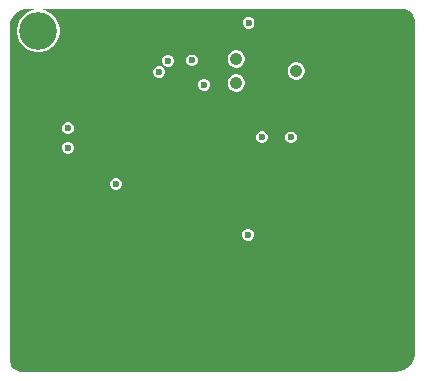
<source format=gbr>
%TF.GenerationSoftware,Altium Limited,Altium Designer,23.4.1 (23)*%
G04 Layer_Physical_Order=3*
G04 Layer_Color=16440176*
%FSLAX45Y45*%
%MOMM*%
%TF.SameCoordinates,E9D3CAE9-A23F-4039-930E-E97F2D72BBB1*%
%TF.FilePolarity,Positive*%
%TF.FileFunction,Copper,L3,Inr,Signal*%
%TF.Part,Single*%
G01*
G75*
%TA.AperFunction,ComponentPad*%
%ADD41C,3.20000*%
%ADD42C,1.06700*%
%TA.AperFunction,ViaPad*%
%ADD43C,0.80000*%
%ADD44C,0.60000*%
%ADD45C,0.50000*%
G36*
X10603755Y9085312D02*
X10624740Y9077422D01*
X10643783Y9065588D01*
X10660150Y9050266D01*
X10673213Y9032045D01*
X10682470Y9011625D01*
X10687564Y8989791D01*
X10687931Y8978587D01*
X10687931Y6168587D01*
X10687929Y6168586D01*
X10687067Y6152458D01*
X10679084Y6121159D01*
X10665147Y6092018D01*
X10645794Y6066156D01*
X10621767Y6044567D01*
X10593990Y6028080D01*
X10563531Y6017328D01*
X10531559Y6012726D01*
X10515431Y6013587D01*
X7352931Y6013588D01*
X7343820Y6013833D01*
X7326045Y6017870D01*
X7309399Y6025297D01*
X7294522Y6035829D01*
X7281986Y6049062D01*
X7272272Y6064486D01*
X7265755Y6081509D01*
X7262685Y6099477D01*
X7262932Y6108587D01*
Y8917166D01*
X7261258Y8932379D01*
X7263913Y8962875D01*
X7272468Y8992266D01*
X7286593Y9019422D01*
X7305746Y9043300D01*
X7329190Y9062982D01*
X7356025Y9077711D01*
X7385217Y9086920D01*
X7400431Y9088587D01*
X7460345D01*
X7461596Y9075887D01*
X7447496Y9073083D01*
X7414738Y9059514D01*
X7385257Y9039815D01*
X7360185Y9014743D01*
X7340486Y8985262D01*
X7326917Y8952504D01*
X7320000Y8917728D01*
Y8882272D01*
X7326917Y8847496D01*
X7340486Y8814738D01*
X7360185Y8785257D01*
X7385257Y8760185D01*
X7414738Y8740486D01*
X7447496Y8726917D01*
X7482272Y8720000D01*
X7517728D01*
X7552504Y8726917D01*
X7585262Y8740486D01*
X7614743Y8760185D01*
X7639815Y8785257D01*
X7659514Y8814738D01*
X7673083Y8847496D01*
X7680000Y8882272D01*
Y8917728D01*
X7673083Y8952504D01*
X7659514Y8985262D01*
X7639815Y9014743D01*
X7614743Y9039815D01*
X7585262Y9059514D01*
X7552504Y9073083D01*
X7538404Y9075887D01*
X7539655Y9088587D01*
X10570427Y9088587D01*
X10570429Y9088584D01*
X10570429Y9088584D01*
X10570538Y9088588D01*
X10582932Y9088742D01*
X10603755Y9085312D01*
D02*
G37*
%LPC*%
G36*
X9289946Y9020000D02*
X9270054D01*
X9251677Y9012388D01*
X9237612Y8998323D01*
X9230000Y8979946D01*
Y8960054D01*
X9237612Y8941677D01*
X9251677Y8927612D01*
X9270054Y8920000D01*
X9289946D01*
X9308323Y8927612D01*
X9322388Y8941677D01*
X9330000Y8960054D01*
Y8979946D01*
X9322388Y8998323D01*
X9308323Y9012388D01*
X9289946Y9020000D01*
D02*
G37*
G36*
X8809946Y8700000D02*
X8790054D01*
X8771677Y8692388D01*
X8757612Y8678323D01*
X8750000Y8659946D01*
Y8640054D01*
X8757612Y8621677D01*
X8771677Y8607612D01*
X8790054Y8600000D01*
X8809946D01*
X8828323Y8607612D01*
X8842388Y8621677D01*
X8850000Y8640054D01*
Y8659946D01*
X8842388Y8678323D01*
X8828323Y8692388D01*
X8809946Y8700000D01*
D02*
G37*
G36*
X8609946Y8697500D02*
X8590054D01*
X8571677Y8689888D01*
X8557612Y8675823D01*
X8550000Y8657446D01*
Y8637554D01*
X8557612Y8619177D01*
X8571677Y8605112D01*
X8590054Y8597500D01*
X8609946D01*
X8628323Y8605112D01*
X8642388Y8619177D01*
X8650000Y8637554D01*
Y8657446D01*
X8642388Y8675823D01*
X8628323Y8689888D01*
X8609946Y8697500D01*
D02*
G37*
G36*
X9185657Y8736450D02*
X9166343D01*
X9147688Y8731451D01*
X9130962Y8721794D01*
X9117305Y8708138D01*
X9107649Y8691412D01*
X9102650Y8672756D01*
Y8653443D01*
X9107649Y8634788D01*
X9117305Y8618062D01*
X9130962Y8604405D01*
X9147688Y8594749D01*
X9166343Y8589750D01*
X9185657D01*
X9204312Y8594749D01*
X9221038Y8604405D01*
X9234695Y8618062D01*
X9244351Y8634788D01*
X9249350Y8653443D01*
Y8672756D01*
X9244351Y8691412D01*
X9234695Y8708138D01*
X9221038Y8721794D01*
X9204312Y8731451D01*
X9185657Y8736450D01*
D02*
G37*
G36*
X8534503Y8602943D02*
X8514611D01*
X8496234Y8595331D01*
X8482169Y8581266D01*
X8474557Y8562889D01*
Y8542997D01*
X8482169Y8524620D01*
X8496234Y8510555D01*
X8514611Y8502943D01*
X8534503D01*
X8552880Y8510555D01*
X8566945Y8524620D01*
X8574557Y8542997D01*
Y8562889D01*
X8566945Y8581266D01*
X8552880Y8595331D01*
X8534503Y8602943D01*
D02*
G37*
G36*
X9693657Y8634850D02*
X9674343D01*
X9655688Y8629851D01*
X9638962Y8620194D01*
X9625305Y8606538D01*
X9615649Y8589812D01*
X9610650Y8571156D01*
Y8551843D01*
X9615649Y8533188D01*
X9625305Y8516462D01*
X9638962Y8502805D01*
X9655688Y8493149D01*
X9674343Y8488150D01*
X9693657D01*
X9712312Y8493149D01*
X9729038Y8502805D01*
X9742695Y8516462D01*
X9752351Y8533188D01*
X9757350Y8551843D01*
Y8571156D01*
X9752351Y8589812D01*
X9742695Y8606538D01*
X9729038Y8620194D01*
X9712312Y8629851D01*
X9693657Y8634850D01*
D02*
G37*
G36*
X8914946Y8495000D02*
X8895054D01*
X8876677Y8487388D01*
X8862612Y8473323D01*
X8855000Y8454945D01*
Y8435054D01*
X8862612Y8416677D01*
X8876677Y8402612D01*
X8895054Y8395000D01*
X8914946D01*
X8933323Y8402612D01*
X8947388Y8416677D01*
X8955000Y8435054D01*
Y8454945D01*
X8947388Y8473323D01*
X8933323Y8487388D01*
X8914946Y8495000D01*
D02*
G37*
G36*
X9185657Y8533250D02*
X9166343D01*
X9147688Y8528251D01*
X9130962Y8518594D01*
X9117305Y8504938D01*
X9107649Y8488212D01*
X9102650Y8469556D01*
Y8450243D01*
X9107649Y8431588D01*
X9117305Y8414862D01*
X9130962Y8401205D01*
X9147688Y8391549D01*
X9166343Y8386550D01*
X9185657D01*
X9204312Y8391549D01*
X9221038Y8401205D01*
X9234695Y8414862D01*
X9244351Y8431588D01*
X9249350Y8450243D01*
Y8469556D01*
X9244351Y8488212D01*
X9234695Y8504938D01*
X9221038Y8518594D01*
X9204312Y8528251D01*
X9185657Y8533250D01*
D02*
G37*
G36*
X7762446Y8125000D02*
X7742554D01*
X7724177Y8117388D01*
X7710112Y8103323D01*
X7702500Y8084946D01*
Y8065054D01*
X7710112Y8046677D01*
X7724177Y8032612D01*
X7742554Y8025000D01*
X7762446D01*
X7780823Y8032612D01*
X7794888Y8046677D01*
X7802500Y8065054D01*
Y8084946D01*
X7794888Y8103323D01*
X7780823Y8117388D01*
X7762446Y8125000D01*
D02*
G37*
G36*
X9404946Y8050000D02*
X9385054D01*
X9366677Y8042388D01*
X9352612Y8028323D01*
X9345000Y8009946D01*
Y7990054D01*
X9352612Y7971677D01*
X9366677Y7957612D01*
X9385054Y7950000D01*
X9404946D01*
X9423323Y7957612D01*
X9437388Y7971677D01*
X9445000Y7990054D01*
Y8009946D01*
X9437388Y8028323D01*
X9423323Y8042388D01*
X9404946Y8050000D01*
D02*
G37*
G36*
X9649946Y8047500D02*
X9630054D01*
X9611677Y8039888D01*
X9597612Y8025823D01*
X9590000Y8007446D01*
Y7987554D01*
X9597612Y7969177D01*
X9611677Y7955112D01*
X9630054Y7947500D01*
X9649946D01*
X9668323Y7955112D01*
X9682388Y7969177D01*
X9690000Y7987554D01*
Y8007446D01*
X9682388Y8025823D01*
X9668323Y8039888D01*
X9649946Y8047500D01*
D02*
G37*
G36*
X7759946Y7960000D02*
X7740054D01*
X7721677Y7952388D01*
X7707612Y7938323D01*
X7700000Y7919946D01*
Y7900054D01*
X7707612Y7881677D01*
X7721677Y7867612D01*
X7740054Y7860000D01*
X7759946D01*
X7778323Y7867612D01*
X7792388Y7881677D01*
X7800000Y7900054D01*
Y7919946D01*
X7792388Y7938323D01*
X7778323Y7952388D01*
X7759946Y7960000D01*
D02*
G37*
G36*
X8167843Y7655000D02*
X8147952D01*
X8129575Y7647388D01*
X8115510Y7633323D01*
X8107898Y7614946D01*
Y7595055D01*
X8115510Y7576678D01*
X8129575Y7562612D01*
X8147952Y7555000D01*
X8167843D01*
X8186221Y7562612D01*
X8200286Y7576678D01*
X8207898Y7595055D01*
Y7614946D01*
X8200286Y7633323D01*
X8186221Y7647388D01*
X8167843Y7655000D01*
D02*
G37*
G36*
X9287446Y7225000D02*
X9267554D01*
X9249177Y7217388D01*
X9235112Y7203323D01*
X9227500Y7184945D01*
Y7165054D01*
X9235112Y7146677D01*
X9249177Y7132612D01*
X9267554Y7125000D01*
X9287446D01*
X9305823Y7132612D01*
X9319888Y7146677D01*
X9327500Y7165054D01*
Y7184945D01*
X9319888Y7203323D01*
X9305823Y7217388D01*
X9287446Y7225000D01*
D02*
G37*
%LPD*%
D41*
X7500000Y8900000D02*
D03*
D42*
X9176000Y8663100D02*
D03*
Y8459900D02*
D03*
X9684000Y8561500D02*
D03*
D43*
X10500006Y8400005D02*
D03*
Y7200004D02*
D03*
X10400006Y7000004D02*
D03*
X10500006Y6800004D02*
D03*
Y6400003D02*
D03*
X10400006Y6200003D02*
D03*
X10300006Y8400005D02*
D03*
X10200006Y8200004D02*
D03*
X10300006Y7200004D02*
D03*
X10200006Y7000004D02*
D03*
X10000005Y8600005D02*
D03*
X10100005Y8400005D02*
D03*
X10000005Y8200004D02*
D03*
X10100005Y8000004D02*
D03*
X9900005Y8800005D02*
D03*
Y8400005D02*
D03*
Y8000004D02*
D03*
X9800005Y6600004D02*
D03*
X9700005Y8400005D02*
D03*
X9400005Y8200004D02*
D03*
X9500005Y7600004D02*
D03*
X9300005D02*
D03*
Y6400003D02*
D03*
X9200005Y6200003D02*
D03*
X9100005Y8800005D02*
D03*
X9000005Y8600005D02*
D03*
X9100005Y6800004D02*
D03*
Y6400003D02*
D03*
X8900005Y6800004D02*
D03*
X8800005Y6200003D02*
D03*
X8300004Y8800005D02*
D03*
X8200004Y8200004D02*
D03*
X8100004Y8800005D02*
D03*
Y7200004D02*
D03*
X8000004Y6600004D02*
D03*
X7900004Y8800005D02*
D03*
X7800004Y6600004D02*
D03*
Y6200003D02*
D03*
X7700004Y7600004D02*
D03*
X7600004Y6600004D02*
D03*
X7700004Y6400003D02*
D03*
X7600004Y6200003D02*
D03*
X7400004Y7800004D02*
D03*
Y7400004D02*
D03*
Y7000004D02*
D03*
X7500004Y6800004D02*
D03*
X7400004Y6600004D02*
D03*
X7500004Y6400003D02*
D03*
X7400004Y6200003D02*
D03*
D44*
X8543208Y8440709D02*
D03*
X8600000Y8647500D02*
D03*
X8800000Y8650000D02*
D03*
X8411397Y8311103D02*
D03*
X8590000Y8212500D02*
D03*
X8905000Y8445000D02*
D03*
X8524557Y8552943D02*
D03*
X9277500Y7175000D02*
D03*
X9640000Y7997500D02*
D03*
X9395000Y8000000D02*
D03*
X8120000Y8122500D02*
D03*
X7752500Y8075000D02*
D03*
X7750000Y7910000D02*
D03*
X9080000Y7042500D02*
D03*
X9877500Y6982500D02*
D03*
X9982500Y7100000D02*
D03*
X8750000Y6695000D02*
D03*
X8780000Y7030000D02*
D03*
X9177500Y8885000D02*
D03*
X7987500Y7775000D02*
D03*
X8132500Y7477500D02*
D03*
X7627500Y7435000D02*
D03*
X7600000Y7195000D02*
D03*
X8085000Y7005000D02*
D03*
X9205000Y7282500D02*
D03*
X10380000Y6782500D02*
D03*
X10132500Y6695000D02*
D03*
X9877500Y6905000D02*
D03*
X9872500Y7097500D02*
D03*
X10135000Y7880000D02*
D03*
X9372500Y7902500D02*
D03*
X7531250Y8328750D02*
D03*
X7527500Y8525000D02*
D03*
X9280000Y8970000D02*
D03*
X8157898Y7605000D02*
D03*
D45*
X8032500Y8505000D02*
D03*
Y8395000D02*
D03*
X7922500D02*
D03*
Y8505000D02*
D03*
X8990000Y7430000D02*
D03*
X8880000D02*
D03*
X8770000D02*
D03*
X8660000D02*
D03*
X8550000D02*
D03*
X8990000Y7540000D02*
D03*
X8880000D02*
D03*
X8770000D02*
D03*
X8660000D02*
D03*
X8550000D02*
D03*
X8990000Y7650000D02*
D03*
X8880000D02*
D03*
X8770000D02*
D03*
X8660000D02*
D03*
X8550000D02*
D03*
X8990000Y7760000D02*
D03*
X8880000D02*
D03*
X8770000D02*
D03*
X8660000D02*
D03*
X8550000D02*
D03*
X8990000Y7870000D02*
D03*
X8880000D02*
D03*
X8770000D02*
D03*
X8660000D02*
D03*
X8550000D02*
D03*
%TF.MD5,4d221799d5fd6363dc50f552ceded5aa*%
M02*

</source>
